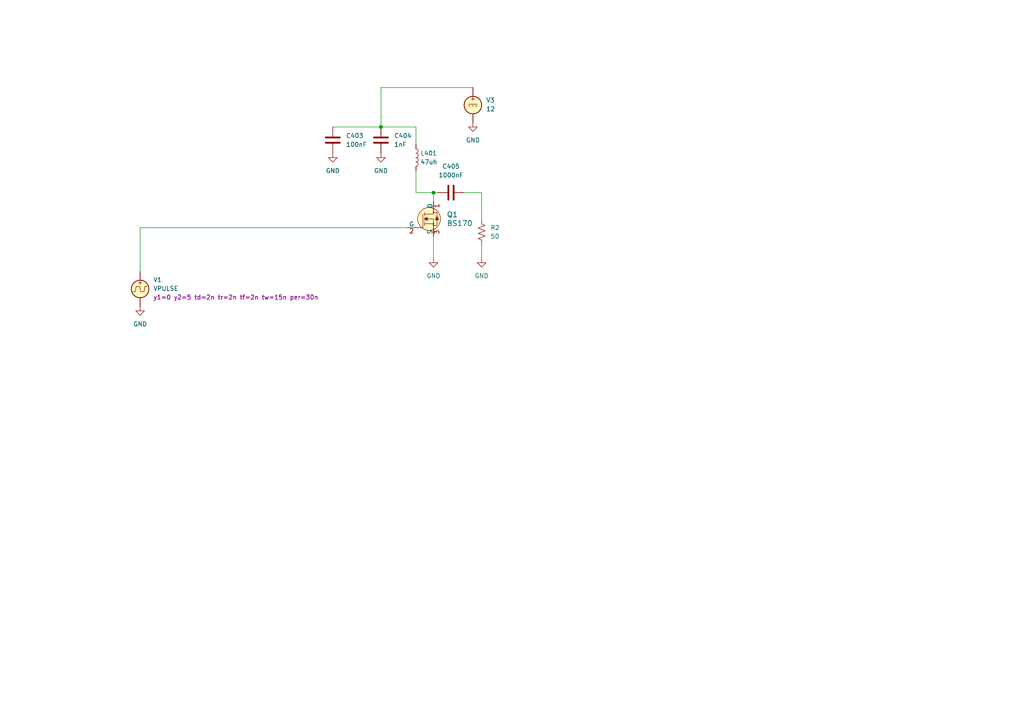
<source format=kicad_sch>
(kicad_sch (version 20230121) (generator eeschema)
  (paper "A4")
  (lib_symbols
    (symbol "Device:C" (pin_numbers hide) (pin_names (offset 0.254))
      (property "Reference" "C" (at 0.635 2.54 0))
      (property "Value" "C" (at 0.635 -2.54 0))
      (symbol "C_0_1"
        (polyline (pts (xy -2.032 -0.762) (xy 2.032 -0.762)) (stroke (width 0.508)))
        (polyline (pts (xy -2.032 0.762) (xy 2.032 0.762)) (stroke (width 0.508)))
      )
      (symbol "C_1_1"
        (pin passive line (at 0 3.81 270) (length 2.794) (name "~") (number "1"))
        (pin passive line (at 0 -3.81 90) (length 2.794) (name "~") (number "2"))
      )
    )
    (symbol "Device:L" (pin_numbers hide) (pin_names (offset 1.016) hide)
      (property "Reference" "L" (at -1.27 0 90))
      (property "Value" "L" (at 1.905 0 90))
      (symbol "L_0_1"
        (arc (start 0 -2.54) (mid 0.6323 -1.905) (end 0 -1.27))
        (arc (start 0 -1.27) (mid 0.6323 -0.635) (end 0 0))
        (arc (start 0 0) (mid 0.6323 0.635) (end 0 1.27))
        (arc (start 0 1.27) (mid 0.6323 1.905) (end 0 2.54))
      )
      (symbol "L_1_1"
        (pin passive line (at 0 3.81 270) (length 1.27) (name "1") (number "1"))
        (pin passive line (at 0 -3.81 90) (length 1.27) (name "2") (number "2"))
      )
    )
    (symbol "Device:R_US" (pin_numbers hide) (pin_names (offset 0))
      (property "Reference" "R" (at 2.54 0 90))
      (property "Value" "R_US" (at -2.54 0 90))
      (symbol "R_US_0_1"
        (polyline (pts (xy 0 -2.286) (xy 0 -2.54)))
        (polyline (pts (xy 0 2.286) (xy 0 2.54)))
        (polyline (pts (xy 0 -0.762) (xy 1.016 -1.143) (xy 0 -1.524) (xy -1.016 -1.905) (xy 0 -2.286)))
        (polyline (pts (xy 0 0.762) (xy 1.016 0.381) (xy 0 0) (xy -1.016 -0.381) (xy 0 -0.762)))
        (polyline (pts (xy 0 2.286) (xy 1.016 1.905) (xy 0 1.524) (xy -1.016 1.143) (xy 0 0.762)))
      )
      (symbol "R_US_1_1"
        (pin passive line (at 0 3.81 270) (length 1.27) (name "~") (number "1"))
        (pin passive line (at 0 -3.81 90) (length 1.27) (name "~") (number "2"))
      )
    )
    (symbol "Simulation_SPICE:VDC" (pin_numbers hide) (pin_names (offset 0.0254))
      (property "Reference" "V" (at 2.54 2.54 0))
      (property "Value" "1" (at 2.54 0 0))
      (symbol "VDC_0_0"
        (polyline (pts (xy -1.27 0.254) (xy 1.27 0.254)))
        (polyline (pts (xy -0.762 -0.254) (xy -1.27 -0.254)))
        (polyline (pts (xy 0.254 -0.254) (xy -0.254 -0.254)))
        (polyline (pts (xy 1.27 -0.254) (xy 0.762 -0.254)))
        (text "+" (at 0 1.905 0) (effects (font (size 1.27 1.27))))
      )
      (symbol "VDC_0_1"
        (circle (center 0 0) (radius 2.54) (stroke (width 0.254)) (fill (type background)))
      )
      (symbol "VDC_1_1"
        (pin passive line (at 0 5.08 270) (length 2.54) (name "~") (number "1"))
        (pin passive line (at 0 -5.08 90) (length 2.54) (name "~") (number "2"))
      )
    )
    (symbol "Simulation_SPICE:VPULSE" (pin_numbers hide) (pin_names (offset 0.0254))
      (property "Reference" "V" (at 2.54 2.54 0))
      (property "Value" "VPULSE" (at 2.54 0 0))
      (property "Sim.Params" "y1=0 y2=1 td=2n tr=2n tf=2n tw=50n per=100n" (at 2.54 -2.54 0))
      (symbol "VPULSE_0_0"
        (polyline (pts (xy -2.032 -0.762) (xy -1.397 -0.762) (xy -1.143 0.762) (xy -0.127 0.762) (xy 0.127 -0.762) (xy 1.143 -0.762) (xy 1.397 0.762) (xy 2.032 0.762)))
        (text "+" (at 0 1.905 0) (effects (font (size 1.27 1.27))))
      )
      (symbol "VPULSE_0_1"
        (circle (center 0 0) (radius 2.54) (stroke (width 0.254)) (fill (type background)))
      )
      (symbol "VPULSE_1_1"
        (pin passive line (at 0 5.08 270) (length 2.54) (name "~") (number "1"))
        (pin passive line (at 0 -5.08 90) (length 2.54) (name "~") (number "2"))
      )
    )
    (symbol "dk_Transistors-FETs-MOSFETs-Single:BS170" (pin_names (offset 0))
      (property "Reference" "Q" (at -2.6924 3.6322 0))
      (property "Value" "BS170" (at 3.4544 0 90))
      (symbol "BS170_0_1"
        (circle (center -1.27 0) (radius 3.302) (fill (type background)))
        (circle (center 0 -1.905) (radius 0.127))
        (circle (center 0 -1.397) (radius 0.127))
        (polyline (pts (xy 0 -1.397) (xy -2.54 -1.397)))
        (polyline (pts (xy -5.08 -2.54) (xy -3.048 -2.54) (xy -3.048 1.397)))
        (polyline (pts (xy 0 -2.54) (xy 0 0) (xy -2.54 0)))
        (polyline (pts (xy 0 2.54) (xy 0 1.397) (xy -2.54 1.397)))
        (polyline (pts (xy -0.127 -1.905) (xy 1.016 -1.905) (xy 1.016 1.397) (xy 1.016 1.905) (xy -0.127 1.905)))
        (circle (center 0 1.905) (radius 0.127))
      )
      (symbol "BS170_1_1"
        (polyline (pts (xy -2.54 -1.397) (xy -2.54 -1.905)))
        (polyline (pts (xy -2.54 -1.397) (xy -2.54 -0.889)))
        (polyline (pts (xy -2.54 0) (xy -2.54 -0.508)))
        (polyline (pts (xy -2.54 0) (xy -2.54 0.508)))
        (polyline (pts (xy -2.54 1.905) (xy -2.54 0.889)))
        (polyline (pts (xy 1.524 0.508) (xy 0.508 0.508)))
        (polyline (pts (xy -2.54 0) (xy -1.778 0.508) (xy -1.778 -0.508) (xy -2.54 0)) (fill (type outline)))
        (polyline (pts (xy 1.016 0.508) (xy 0.508 -0.254) (xy 1.524 -0.254) (xy 1.016 0.508)) (fill (type outline)))
        (pin bidirectional line (at 0 5.08 270) (length 2.54) (name "D") (number "1"))
        (pin bidirectional line (at -7.62 -2.54 0) (length 2.54) (name "G") (number "2"))
        (pin bidirectional line (at 0 -5.08 90) (length 2.54) (name "S") (number "3"))
      )
    )
    (symbol "power:GND" (power) (pin_names (offset 0))
      (property "Value" "GND" (at 0 -3.81 0))
      (symbol "GND_0_1"
        (polyline (pts (xy 0 0) (xy 0 -1.27) (xy 1.27 -1.27) (xy 0 -2.54) (xy -1.27 -1.27) (xy 0 -1.27)))
      )
      (symbol "GND_1_1"
        (pin power_in line (at 0 0 270) (length 0) hide (name "GND") (number "1"))
      )
    )
  )
  (junction (at 125.73 55.88))
  (junction (at 110.49 36.83))
  (wire (pts (xy 96.52 36.83) (xy 110.49 36.83)))
  (wire (pts (xy 110.49 36.83) (xy 120.65 36.83)))
  (wire (pts (xy 120.65 49.53) (xy 120.65 55.88)))
  (wire (pts (xy 125.73 68.58) (xy 125.73 74.93)))
  (wire (pts (xy 40.64 66.04) (xy 118.11 66.04)))
  (wire (pts (xy 139.7 55.88) (xy 139.7 63.5)))
  (wire (pts (xy 125.73 55.88) (xy 125.73 58.42)))
  (wire (pts (xy 134.62 55.88) (xy 139.7 55.88)))
  (wire (pts (xy 40.64 78.74) (xy 40.64 66.04)))
  (wire (pts (xy 120.65 55.88) (xy 125.73 55.88)))
  (wire (pts (xy 139.7 71.12) (xy 139.7 74.93)))
  (wire (pts (xy 125.73 55.88) (xy 127 55.88)))
  (wire (pts (xy 120.65 36.83) (xy 120.65 41.91)))
  (wire (pts (xy 110.49 25.4) (xy 110.49 36.83)))
  (wire (pts (xy 110.49 25.4) (xy 137.16 25.4)))
  (symbol (lib_id "dk_Transistors-FETs-MOSFETs-Single:BS170") (at 125.73 63.5 0) (unit 1)
    (property "Reference" "Q1" (at 129.54 62.23 0) (effects (font (size 1.524 1.524)) (justify left)))
    (property "Value" "BS170" (at 129.54 64.77 0) (effects (font (size 1.524 1.524)) (justify left)))
    (property "Footprint" "digikey-footprints:TO-92-3" (effects hide))
    (property "Datasheet" "https://www.onsemi.com/pub/Collateral/BS170-D.PDF" (effects hide))
    (property "Digi-Key_PN" "BS170-ND" (effects hide))
    (property "MPN" "BS170" (effects hide))
    (property "Category" "Discrete Semiconductor Products" (effects hide))
    (property "Family" "Transistors - FETs, MOSFETs - Single" (effects hide))
    (property "DK_Datasheet_Link" "https://www.onsemi.com/pub/Collateral/BS170-D.PDF" (effects hide))
    (property "DK_Detail_Page" "/product-detail/en/on-semiconductor/BS170/BS170-ND/244280" (effects hide))
    (property "Description" "MOSFET N-CH 60V 500MA TO-92" (effects hide))
    (property "Manufacturer" "ON Semiconductor" (effects hide))
    (property "Status" "Active" (effects hide))
  )
  (symbol (lib_id "Device:L") (at 120.65 45.72 0) (unit 1)
    (property "Reference" "L401" (at 121.92 44.45 0) (effects (justify left)))
    (property "Value" "47uh" (at 121.92 46.99 0) (effects (justify left)))
    (property "Footprint" "Inductor_THT:L_Toroid_Horizontal_D9.5mm_P15.00mm_Diameter10-5mm_Amidon-T37" (effects hide))
    (property "Notes" "12T on FT37-43" (effects hide))
  )
  (symbol (lib_id "Device:C") (at 130.81 55.88 90) (unit 1)
    (property "Reference" "C405" (at 130.81 48.26 90))
    (property "Value" "1000nF" (at 130.81 50.8 90))
    (property "Footprint" "Capacitor_SMD:C_0805_2012Metric" (effects hide))
    (property "PartNo" "C0805C104K1RAC7800" (effects hide))
  )
  (symbol (lib_id "Device:R_US") (at 139.7 67.31 0) (unit 1)
    (property "Reference" "R2" (at 142.24 66.04 0) (effects (justify left)))
    (property "Value" "50" (at 142.24 68.58 0) (effects (justify left)))
    (property "Footprint" "Resistor_SMD:R_0805_2012Metric" (effects hide))
  )
  (symbol (lib_id "Device:C") (at 96.52 40.64 0) (unit 1)
    (property "Reference" "C403" (at 100.33 39.37 0) (effects (justify left)))
    (property "Value" "100nF" (at 100.33 41.91 0) (effects (justify left)))
    (property "Footprint" "Capacitor_SMD:C_0805_2012Metric" (effects hide))
    (property "PartNo" "C0805C104K1RAC7800" (effects hide))
  )
  (symbol (lib_id "Simulation_SPICE:VDC") (at 137.16 30.48 0) (unit 1)
    (property "Reference" "V3" (at 140.97 29.0802 0) (effects (justify left)))
    (property "Value" "12" (at 140.97 31.6202 0) (effects (justify left)))
    (property "Sim.Pins" "1=+ 2=-" (effects hide))
    (property "Sim.Type" "DC" (effects hide))
    (property "Sim.Device" "V" (effects hide))
  )
  (symbol (lib_id "power:GND") (at 139.7 74.93 0) (unit 1)
    (property "Reference" "#PWR020" (effects hide))
    (property "Value" "GND" (at 139.7 80.01 0))
  )
  (symbol (lib_id "power:GND") (at 125.73 74.93 0) (unit 1)
    (property "Reference" "#PWR019" (effects hide))
    (property "Value" "GND" (at 125.73 80.01 0))
  )
  (symbol (lib_id "Simulation_SPICE:VPULSE") (at 40.64 83.82 0) (unit 1)
    (property "Reference" "V1" (at 44.45 81.1502 0) (effects (justify left)))
    (property "Value" "VPULSE" (at 44.45 83.6902 0) (effects (justify left)))
    (property "Sim.Pins" "1=+ 2=-" (effects hide))
    (property "Sim.Type" "PULSE" (effects hide))
    (property "Sim.Device" "V" (effects hide))
    (property "Sim.Params" "y1=0 y2=5 td=2n tr=2n tf=2n tw=15n per=30n" (at 44.45 86.2302 0) (effects (justify left)))
  )
  (symbol (lib_id "power:GND") (at 137.16 35.56 0) (unit 1)
    (property "Reference" "#PWR02" (effects hide))
    (property "Value" "GND" (at 137.16 40.64 0))
  )
  (symbol (lib_id "power:GND") (at 40.64 88.9 0) (unit 1)
    (property "Reference" "#PWR01" (effects hide))
    (property "Value" "GND" (at 40.64 93.98 0))
  )
  (symbol (lib_id "power:GND") (at 110.49 44.45 0) (unit 1)
    (property "Reference" "#PWR018" (effects hide))
    (property "Value" "GND" (at 110.49 49.53 0))
  )
  (symbol (lib_id "Device:C") (at 110.49 40.64 0) (unit 1)
    (property "Reference" "C404" (at 114.3 39.37 0) (effects (justify left)))
    (property "Value" "1nF" (at 114.3 41.91 0) (effects (justify left)))
    (property "Footprint" "Capacitor_SMD:C_0805_2012Metric" (effects hide))
    (property "PartNo" "C0805C102K5RAC7800" (effects hide))
  )
  (symbol (lib_id "power:GND") (at 96.52 44.45 0) (unit 1)
    (property "Reference" "#PWR017" (effects hide))
    (property "Value" "GND" (at 96.52 49.53 0))
  )
)
</source>
